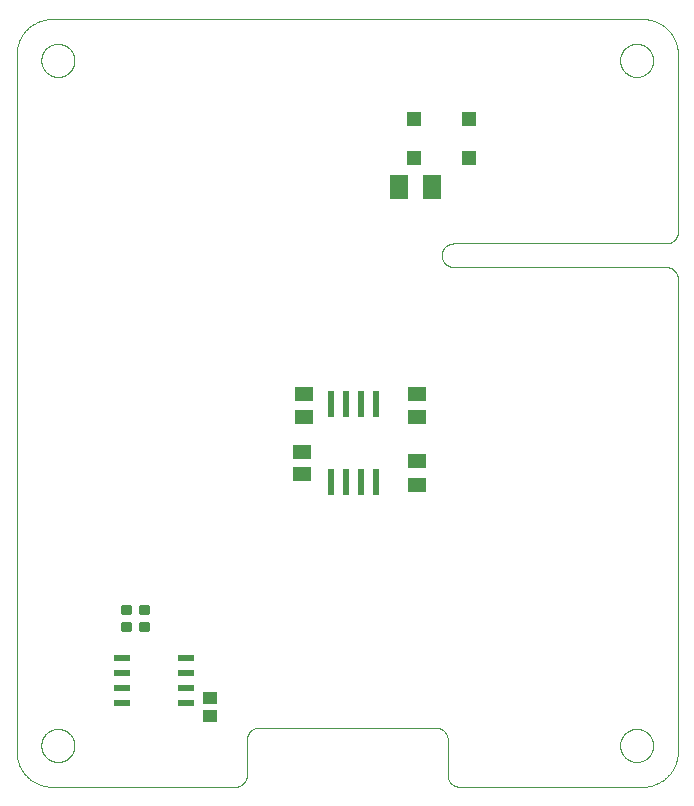
<source format=gtp>
G75*
%MOIN*%
%OFA0B0*%
%FSLAX25Y25*%
%IPPOS*%
%LPD*%
%AMOC8*
5,1,8,0,0,1.08239X$1,22.5*
%
%ADD10C,0.00000*%
%ADD11R,0.02362X0.08661*%
%ADD12R,0.06299X0.05118*%
%ADD13R,0.05512X0.02362*%
%ADD14R,0.04921X0.03937*%
%ADD15C,0.00875*%
%ADD16R,0.05118X0.04724*%
%ADD17R,0.06299X0.07874*%
D10*
X0037312Y0035098D02*
X0098336Y0035098D01*
X0098460Y0035100D01*
X0098583Y0035106D01*
X0098707Y0035115D01*
X0098829Y0035129D01*
X0098952Y0035146D01*
X0099074Y0035168D01*
X0099195Y0035193D01*
X0099315Y0035222D01*
X0099434Y0035254D01*
X0099553Y0035291D01*
X0099670Y0035331D01*
X0099785Y0035374D01*
X0099900Y0035422D01*
X0100012Y0035473D01*
X0100123Y0035527D01*
X0100233Y0035585D01*
X0100340Y0035646D01*
X0100446Y0035711D01*
X0100549Y0035779D01*
X0100650Y0035850D01*
X0100749Y0035924D01*
X0100846Y0036001D01*
X0100940Y0036082D01*
X0101031Y0036165D01*
X0101120Y0036251D01*
X0101206Y0036340D01*
X0101289Y0036431D01*
X0101370Y0036525D01*
X0101447Y0036622D01*
X0101521Y0036721D01*
X0101592Y0036822D01*
X0101660Y0036925D01*
X0101725Y0037031D01*
X0101786Y0037138D01*
X0101844Y0037248D01*
X0101898Y0037359D01*
X0101949Y0037471D01*
X0101997Y0037586D01*
X0102040Y0037701D01*
X0102080Y0037818D01*
X0102117Y0037937D01*
X0102149Y0038056D01*
X0102178Y0038176D01*
X0102203Y0038297D01*
X0102225Y0038419D01*
X0102242Y0038542D01*
X0102256Y0038664D01*
X0102265Y0038788D01*
X0102271Y0038911D01*
X0102273Y0039035D01*
X0102273Y0050846D01*
X0102275Y0050970D01*
X0102281Y0051093D01*
X0102290Y0051217D01*
X0102304Y0051339D01*
X0102321Y0051462D01*
X0102343Y0051584D01*
X0102368Y0051705D01*
X0102397Y0051825D01*
X0102429Y0051944D01*
X0102466Y0052063D01*
X0102506Y0052180D01*
X0102549Y0052295D01*
X0102597Y0052410D01*
X0102648Y0052522D01*
X0102702Y0052633D01*
X0102760Y0052743D01*
X0102821Y0052850D01*
X0102886Y0052956D01*
X0102954Y0053059D01*
X0103025Y0053160D01*
X0103099Y0053259D01*
X0103176Y0053356D01*
X0103257Y0053450D01*
X0103340Y0053541D01*
X0103426Y0053630D01*
X0103515Y0053716D01*
X0103606Y0053799D01*
X0103700Y0053880D01*
X0103797Y0053957D01*
X0103896Y0054031D01*
X0103997Y0054102D01*
X0104100Y0054170D01*
X0104206Y0054235D01*
X0104313Y0054296D01*
X0104423Y0054354D01*
X0104534Y0054408D01*
X0104646Y0054459D01*
X0104761Y0054507D01*
X0104876Y0054550D01*
X0104993Y0054590D01*
X0105112Y0054627D01*
X0105231Y0054659D01*
X0105351Y0054688D01*
X0105472Y0054713D01*
X0105594Y0054735D01*
X0105717Y0054752D01*
X0105839Y0054766D01*
X0105963Y0054775D01*
X0106086Y0054781D01*
X0106210Y0054783D01*
X0165265Y0054783D01*
X0165389Y0054781D01*
X0165512Y0054775D01*
X0165636Y0054766D01*
X0165758Y0054752D01*
X0165881Y0054735D01*
X0166003Y0054713D01*
X0166124Y0054688D01*
X0166244Y0054659D01*
X0166363Y0054627D01*
X0166482Y0054590D01*
X0166599Y0054550D01*
X0166714Y0054507D01*
X0166829Y0054459D01*
X0166941Y0054408D01*
X0167052Y0054354D01*
X0167162Y0054296D01*
X0167269Y0054235D01*
X0167375Y0054170D01*
X0167478Y0054102D01*
X0167579Y0054031D01*
X0167678Y0053957D01*
X0167775Y0053880D01*
X0167869Y0053799D01*
X0167960Y0053716D01*
X0168049Y0053630D01*
X0168135Y0053541D01*
X0168218Y0053450D01*
X0168299Y0053356D01*
X0168376Y0053259D01*
X0168450Y0053160D01*
X0168521Y0053059D01*
X0168589Y0052956D01*
X0168654Y0052850D01*
X0168715Y0052743D01*
X0168773Y0052633D01*
X0168827Y0052522D01*
X0168878Y0052410D01*
X0168926Y0052295D01*
X0168969Y0052180D01*
X0169009Y0052063D01*
X0169046Y0051944D01*
X0169078Y0051825D01*
X0169107Y0051705D01*
X0169132Y0051584D01*
X0169154Y0051462D01*
X0169171Y0051339D01*
X0169185Y0051217D01*
X0169194Y0051093D01*
X0169200Y0050970D01*
X0169202Y0050846D01*
X0169202Y0039035D01*
X0169204Y0038911D01*
X0169210Y0038788D01*
X0169219Y0038664D01*
X0169233Y0038542D01*
X0169250Y0038419D01*
X0169272Y0038297D01*
X0169297Y0038176D01*
X0169326Y0038056D01*
X0169358Y0037937D01*
X0169395Y0037818D01*
X0169435Y0037701D01*
X0169478Y0037586D01*
X0169526Y0037471D01*
X0169577Y0037359D01*
X0169631Y0037248D01*
X0169689Y0037138D01*
X0169750Y0037031D01*
X0169815Y0036925D01*
X0169883Y0036822D01*
X0169954Y0036721D01*
X0170028Y0036622D01*
X0170105Y0036525D01*
X0170186Y0036431D01*
X0170269Y0036340D01*
X0170355Y0036251D01*
X0170444Y0036165D01*
X0170535Y0036082D01*
X0170629Y0036001D01*
X0170726Y0035924D01*
X0170825Y0035850D01*
X0170926Y0035779D01*
X0171029Y0035711D01*
X0171135Y0035646D01*
X0171242Y0035585D01*
X0171352Y0035527D01*
X0171463Y0035473D01*
X0171575Y0035422D01*
X0171690Y0035374D01*
X0171805Y0035331D01*
X0171922Y0035291D01*
X0172041Y0035254D01*
X0172160Y0035222D01*
X0172280Y0035193D01*
X0172401Y0035168D01*
X0172523Y0035146D01*
X0172646Y0035129D01*
X0172768Y0035115D01*
X0172892Y0035106D01*
X0173015Y0035100D01*
X0173139Y0035098D01*
X0234162Y0035098D01*
X0234447Y0035101D01*
X0234733Y0035112D01*
X0235018Y0035129D01*
X0235302Y0035153D01*
X0235586Y0035184D01*
X0235869Y0035222D01*
X0236150Y0035267D01*
X0236431Y0035318D01*
X0236711Y0035376D01*
X0236989Y0035441D01*
X0237265Y0035513D01*
X0237539Y0035591D01*
X0237812Y0035676D01*
X0238082Y0035768D01*
X0238350Y0035866D01*
X0238616Y0035970D01*
X0238879Y0036081D01*
X0239139Y0036198D01*
X0239397Y0036321D01*
X0239651Y0036451D01*
X0239902Y0036587D01*
X0240150Y0036728D01*
X0240394Y0036876D01*
X0240635Y0037029D01*
X0240871Y0037189D01*
X0241104Y0037354D01*
X0241333Y0037524D01*
X0241558Y0037700D01*
X0241778Y0037882D01*
X0241994Y0038068D01*
X0242205Y0038260D01*
X0242412Y0038457D01*
X0242614Y0038659D01*
X0242811Y0038866D01*
X0243003Y0039077D01*
X0243189Y0039293D01*
X0243371Y0039513D01*
X0243547Y0039738D01*
X0243717Y0039967D01*
X0243882Y0040200D01*
X0244042Y0040436D01*
X0244195Y0040677D01*
X0244343Y0040921D01*
X0244484Y0041169D01*
X0244620Y0041420D01*
X0244750Y0041674D01*
X0244873Y0041932D01*
X0244990Y0042192D01*
X0245101Y0042455D01*
X0245205Y0042721D01*
X0245303Y0042989D01*
X0245395Y0043259D01*
X0245480Y0043532D01*
X0245558Y0043806D01*
X0245630Y0044082D01*
X0245695Y0044360D01*
X0245753Y0044640D01*
X0245804Y0044921D01*
X0245849Y0045202D01*
X0245887Y0045485D01*
X0245918Y0045769D01*
X0245942Y0046053D01*
X0245959Y0046338D01*
X0245970Y0046624D01*
X0245973Y0046909D01*
X0245973Y0204390D01*
X0245971Y0204514D01*
X0245965Y0204637D01*
X0245956Y0204761D01*
X0245942Y0204883D01*
X0245925Y0205006D01*
X0245903Y0205128D01*
X0245878Y0205249D01*
X0245849Y0205369D01*
X0245817Y0205488D01*
X0245780Y0205607D01*
X0245740Y0205724D01*
X0245697Y0205839D01*
X0245649Y0205954D01*
X0245598Y0206066D01*
X0245544Y0206177D01*
X0245486Y0206287D01*
X0245425Y0206394D01*
X0245360Y0206500D01*
X0245292Y0206603D01*
X0245221Y0206704D01*
X0245147Y0206803D01*
X0245070Y0206900D01*
X0244989Y0206994D01*
X0244906Y0207085D01*
X0244820Y0207174D01*
X0244731Y0207260D01*
X0244640Y0207343D01*
X0244546Y0207424D01*
X0244449Y0207501D01*
X0244350Y0207575D01*
X0244249Y0207646D01*
X0244146Y0207714D01*
X0244040Y0207779D01*
X0243933Y0207840D01*
X0243823Y0207898D01*
X0243712Y0207952D01*
X0243600Y0208003D01*
X0243485Y0208051D01*
X0243370Y0208094D01*
X0243253Y0208134D01*
X0243134Y0208171D01*
X0243015Y0208203D01*
X0242895Y0208232D01*
X0242774Y0208257D01*
X0242652Y0208279D01*
X0242529Y0208296D01*
X0242407Y0208310D01*
X0242283Y0208319D01*
X0242160Y0208325D01*
X0242036Y0208327D01*
X0171170Y0208327D01*
X0171046Y0208329D01*
X0170923Y0208335D01*
X0170799Y0208344D01*
X0170677Y0208358D01*
X0170554Y0208375D01*
X0170432Y0208397D01*
X0170311Y0208422D01*
X0170191Y0208451D01*
X0170072Y0208483D01*
X0169953Y0208520D01*
X0169836Y0208560D01*
X0169721Y0208603D01*
X0169606Y0208651D01*
X0169494Y0208702D01*
X0169383Y0208756D01*
X0169273Y0208814D01*
X0169166Y0208875D01*
X0169060Y0208940D01*
X0168957Y0209008D01*
X0168856Y0209079D01*
X0168757Y0209153D01*
X0168660Y0209230D01*
X0168566Y0209311D01*
X0168475Y0209394D01*
X0168386Y0209480D01*
X0168300Y0209569D01*
X0168217Y0209660D01*
X0168136Y0209754D01*
X0168059Y0209851D01*
X0167985Y0209950D01*
X0167914Y0210051D01*
X0167846Y0210154D01*
X0167781Y0210260D01*
X0167720Y0210367D01*
X0167662Y0210477D01*
X0167608Y0210588D01*
X0167557Y0210700D01*
X0167509Y0210815D01*
X0167466Y0210930D01*
X0167426Y0211047D01*
X0167389Y0211166D01*
X0167357Y0211285D01*
X0167328Y0211405D01*
X0167303Y0211526D01*
X0167281Y0211648D01*
X0167264Y0211771D01*
X0167250Y0211893D01*
X0167241Y0212017D01*
X0167235Y0212140D01*
X0167233Y0212264D01*
X0167235Y0212388D01*
X0167241Y0212511D01*
X0167250Y0212635D01*
X0167264Y0212757D01*
X0167281Y0212880D01*
X0167303Y0213002D01*
X0167328Y0213123D01*
X0167357Y0213243D01*
X0167389Y0213362D01*
X0167426Y0213481D01*
X0167466Y0213598D01*
X0167509Y0213713D01*
X0167557Y0213828D01*
X0167608Y0213940D01*
X0167662Y0214051D01*
X0167720Y0214161D01*
X0167781Y0214268D01*
X0167846Y0214374D01*
X0167914Y0214477D01*
X0167985Y0214578D01*
X0168059Y0214677D01*
X0168136Y0214774D01*
X0168217Y0214868D01*
X0168300Y0214959D01*
X0168386Y0215048D01*
X0168475Y0215134D01*
X0168566Y0215217D01*
X0168660Y0215298D01*
X0168757Y0215375D01*
X0168856Y0215449D01*
X0168957Y0215520D01*
X0169060Y0215588D01*
X0169166Y0215653D01*
X0169273Y0215714D01*
X0169383Y0215772D01*
X0169494Y0215826D01*
X0169606Y0215877D01*
X0169721Y0215925D01*
X0169836Y0215968D01*
X0169953Y0216008D01*
X0170072Y0216045D01*
X0170191Y0216077D01*
X0170311Y0216106D01*
X0170432Y0216131D01*
X0170554Y0216153D01*
X0170677Y0216170D01*
X0170799Y0216184D01*
X0170923Y0216193D01*
X0171046Y0216199D01*
X0171170Y0216201D01*
X0242036Y0216201D01*
X0242160Y0216203D01*
X0242283Y0216209D01*
X0242407Y0216218D01*
X0242529Y0216232D01*
X0242652Y0216249D01*
X0242774Y0216271D01*
X0242895Y0216296D01*
X0243015Y0216325D01*
X0243134Y0216357D01*
X0243253Y0216394D01*
X0243370Y0216434D01*
X0243485Y0216477D01*
X0243600Y0216525D01*
X0243712Y0216576D01*
X0243823Y0216630D01*
X0243933Y0216688D01*
X0244040Y0216749D01*
X0244146Y0216814D01*
X0244249Y0216882D01*
X0244350Y0216953D01*
X0244449Y0217027D01*
X0244546Y0217104D01*
X0244640Y0217185D01*
X0244731Y0217268D01*
X0244820Y0217354D01*
X0244906Y0217443D01*
X0244989Y0217534D01*
X0245070Y0217628D01*
X0245147Y0217725D01*
X0245221Y0217824D01*
X0245292Y0217925D01*
X0245360Y0218028D01*
X0245425Y0218134D01*
X0245486Y0218241D01*
X0245544Y0218351D01*
X0245598Y0218462D01*
X0245649Y0218574D01*
X0245697Y0218689D01*
X0245740Y0218804D01*
X0245780Y0218921D01*
X0245817Y0219040D01*
X0245849Y0219159D01*
X0245878Y0219279D01*
X0245903Y0219400D01*
X0245925Y0219522D01*
X0245942Y0219645D01*
X0245956Y0219767D01*
X0245965Y0219891D01*
X0245971Y0220014D01*
X0245973Y0220138D01*
X0245973Y0279193D01*
X0245970Y0279478D01*
X0245959Y0279764D01*
X0245942Y0280049D01*
X0245918Y0280333D01*
X0245887Y0280617D01*
X0245849Y0280900D01*
X0245804Y0281181D01*
X0245753Y0281462D01*
X0245695Y0281742D01*
X0245630Y0282020D01*
X0245558Y0282296D01*
X0245480Y0282570D01*
X0245395Y0282843D01*
X0245303Y0283113D01*
X0245205Y0283381D01*
X0245101Y0283647D01*
X0244990Y0283910D01*
X0244873Y0284170D01*
X0244750Y0284428D01*
X0244620Y0284682D01*
X0244484Y0284933D01*
X0244343Y0285181D01*
X0244195Y0285425D01*
X0244042Y0285666D01*
X0243882Y0285902D01*
X0243717Y0286135D01*
X0243547Y0286364D01*
X0243371Y0286589D01*
X0243189Y0286809D01*
X0243003Y0287025D01*
X0242811Y0287236D01*
X0242614Y0287443D01*
X0242412Y0287645D01*
X0242205Y0287842D01*
X0241994Y0288034D01*
X0241778Y0288220D01*
X0241558Y0288402D01*
X0241333Y0288578D01*
X0241104Y0288748D01*
X0240871Y0288913D01*
X0240635Y0289073D01*
X0240394Y0289226D01*
X0240150Y0289374D01*
X0239902Y0289515D01*
X0239651Y0289651D01*
X0239397Y0289781D01*
X0239139Y0289904D01*
X0238879Y0290021D01*
X0238616Y0290132D01*
X0238350Y0290236D01*
X0238082Y0290334D01*
X0237812Y0290426D01*
X0237539Y0290511D01*
X0237265Y0290589D01*
X0236989Y0290661D01*
X0236711Y0290726D01*
X0236431Y0290784D01*
X0236150Y0290835D01*
X0235869Y0290880D01*
X0235586Y0290918D01*
X0235302Y0290949D01*
X0235018Y0290973D01*
X0234733Y0290990D01*
X0234447Y0291001D01*
X0234162Y0291004D01*
X0037312Y0291004D01*
X0037027Y0291001D01*
X0036741Y0290990D01*
X0036456Y0290973D01*
X0036172Y0290949D01*
X0035888Y0290918D01*
X0035605Y0290880D01*
X0035324Y0290835D01*
X0035043Y0290784D01*
X0034763Y0290726D01*
X0034485Y0290661D01*
X0034209Y0290589D01*
X0033935Y0290511D01*
X0033662Y0290426D01*
X0033392Y0290334D01*
X0033124Y0290236D01*
X0032858Y0290132D01*
X0032595Y0290021D01*
X0032335Y0289904D01*
X0032077Y0289781D01*
X0031823Y0289651D01*
X0031572Y0289515D01*
X0031324Y0289374D01*
X0031080Y0289226D01*
X0030839Y0289073D01*
X0030603Y0288913D01*
X0030370Y0288748D01*
X0030141Y0288578D01*
X0029916Y0288402D01*
X0029696Y0288220D01*
X0029480Y0288034D01*
X0029269Y0287842D01*
X0029062Y0287645D01*
X0028860Y0287443D01*
X0028663Y0287236D01*
X0028471Y0287025D01*
X0028285Y0286809D01*
X0028103Y0286589D01*
X0027927Y0286364D01*
X0027757Y0286135D01*
X0027592Y0285902D01*
X0027432Y0285666D01*
X0027279Y0285425D01*
X0027131Y0285181D01*
X0026990Y0284933D01*
X0026854Y0284682D01*
X0026724Y0284428D01*
X0026601Y0284170D01*
X0026484Y0283910D01*
X0026373Y0283647D01*
X0026269Y0283381D01*
X0026171Y0283113D01*
X0026079Y0282843D01*
X0025994Y0282570D01*
X0025916Y0282296D01*
X0025844Y0282020D01*
X0025779Y0281742D01*
X0025721Y0281462D01*
X0025670Y0281181D01*
X0025625Y0280900D01*
X0025587Y0280617D01*
X0025556Y0280333D01*
X0025532Y0280049D01*
X0025515Y0279764D01*
X0025504Y0279478D01*
X0025501Y0279193D01*
X0025501Y0046909D01*
X0025504Y0046624D01*
X0025515Y0046338D01*
X0025532Y0046053D01*
X0025556Y0045769D01*
X0025587Y0045485D01*
X0025625Y0045202D01*
X0025670Y0044921D01*
X0025721Y0044640D01*
X0025779Y0044360D01*
X0025844Y0044082D01*
X0025916Y0043806D01*
X0025994Y0043532D01*
X0026079Y0043259D01*
X0026171Y0042989D01*
X0026269Y0042721D01*
X0026373Y0042455D01*
X0026484Y0042192D01*
X0026601Y0041932D01*
X0026724Y0041674D01*
X0026854Y0041420D01*
X0026990Y0041169D01*
X0027131Y0040921D01*
X0027279Y0040677D01*
X0027432Y0040436D01*
X0027592Y0040200D01*
X0027757Y0039967D01*
X0027927Y0039738D01*
X0028103Y0039513D01*
X0028285Y0039293D01*
X0028471Y0039077D01*
X0028663Y0038866D01*
X0028860Y0038659D01*
X0029062Y0038457D01*
X0029269Y0038260D01*
X0029480Y0038068D01*
X0029696Y0037882D01*
X0029916Y0037700D01*
X0030141Y0037524D01*
X0030370Y0037354D01*
X0030603Y0037189D01*
X0030839Y0037029D01*
X0031080Y0036876D01*
X0031324Y0036728D01*
X0031572Y0036587D01*
X0031823Y0036451D01*
X0032077Y0036321D01*
X0032335Y0036198D01*
X0032595Y0036081D01*
X0032858Y0035970D01*
X0033124Y0035866D01*
X0033392Y0035768D01*
X0033662Y0035676D01*
X0033935Y0035591D01*
X0034209Y0035513D01*
X0034485Y0035441D01*
X0034763Y0035376D01*
X0035043Y0035318D01*
X0035324Y0035267D01*
X0035605Y0035222D01*
X0035888Y0035184D01*
X0036172Y0035153D01*
X0036456Y0035129D01*
X0036741Y0035112D01*
X0037027Y0035101D01*
X0037312Y0035098D01*
X0033765Y0048883D02*
X0033767Y0049031D01*
X0033773Y0049179D01*
X0033783Y0049327D01*
X0033797Y0049474D01*
X0033815Y0049621D01*
X0033836Y0049767D01*
X0033862Y0049913D01*
X0033892Y0050058D01*
X0033925Y0050202D01*
X0033963Y0050345D01*
X0034004Y0050487D01*
X0034049Y0050628D01*
X0034097Y0050768D01*
X0034150Y0050907D01*
X0034206Y0051044D01*
X0034266Y0051179D01*
X0034329Y0051313D01*
X0034396Y0051445D01*
X0034467Y0051575D01*
X0034541Y0051703D01*
X0034618Y0051829D01*
X0034699Y0051953D01*
X0034783Y0052075D01*
X0034870Y0052194D01*
X0034961Y0052311D01*
X0035055Y0052426D01*
X0035151Y0052538D01*
X0035251Y0052648D01*
X0035353Y0052754D01*
X0035459Y0052858D01*
X0035567Y0052959D01*
X0035678Y0053057D01*
X0035791Y0053153D01*
X0035907Y0053245D01*
X0036025Y0053334D01*
X0036146Y0053419D01*
X0036269Y0053502D01*
X0036394Y0053581D01*
X0036521Y0053657D01*
X0036650Y0053729D01*
X0036781Y0053798D01*
X0036914Y0053863D01*
X0037049Y0053924D01*
X0037185Y0053982D01*
X0037322Y0054037D01*
X0037461Y0054087D01*
X0037602Y0054134D01*
X0037743Y0054177D01*
X0037886Y0054217D01*
X0038030Y0054252D01*
X0038174Y0054284D01*
X0038320Y0054311D01*
X0038466Y0054335D01*
X0038613Y0054355D01*
X0038760Y0054371D01*
X0038907Y0054383D01*
X0039055Y0054391D01*
X0039203Y0054395D01*
X0039351Y0054395D01*
X0039499Y0054391D01*
X0039647Y0054383D01*
X0039794Y0054371D01*
X0039941Y0054355D01*
X0040088Y0054335D01*
X0040234Y0054311D01*
X0040380Y0054284D01*
X0040524Y0054252D01*
X0040668Y0054217D01*
X0040811Y0054177D01*
X0040952Y0054134D01*
X0041093Y0054087D01*
X0041232Y0054037D01*
X0041369Y0053982D01*
X0041505Y0053924D01*
X0041640Y0053863D01*
X0041773Y0053798D01*
X0041904Y0053729D01*
X0042033Y0053657D01*
X0042160Y0053581D01*
X0042285Y0053502D01*
X0042408Y0053419D01*
X0042529Y0053334D01*
X0042647Y0053245D01*
X0042763Y0053153D01*
X0042876Y0053057D01*
X0042987Y0052959D01*
X0043095Y0052858D01*
X0043201Y0052754D01*
X0043303Y0052648D01*
X0043403Y0052538D01*
X0043499Y0052426D01*
X0043593Y0052311D01*
X0043684Y0052194D01*
X0043771Y0052075D01*
X0043855Y0051953D01*
X0043936Y0051829D01*
X0044013Y0051703D01*
X0044087Y0051575D01*
X0044158Y0051445D01*
X0044225Y0051313D01*
X0044288Y0051179D01*
X0044348Y0051044D01*
X0044404Y0050907D01*
X0044457Y0050768D01*
X0044505Y0050628D01*
X0044550Y0050487D01*
X0044591Y0050345D01*
X0044629Y0050202D01*
X0044662Y0050058D01*
X0044692Y0049913D01*
X0044718Y0049767D01*
X0044739Y0049621D01*
X0044757Y0049474D01*
X0044771Y0049327D01*
X0044781Y0049179D01*
X0044787Y0049031D01*
X0044789Y0048883D01*
X0044787Y0048735D01*
X0044781Y0048587D01*
X0044771Y0048439D01*
X0044757Y0048292D01*
X0044739Y0048145D01*
X0044718Y0047999D01*
X0044692Y0047853D01*
X0044662Y0047708D01*
X0044629Y0047564D01*
X0044591Y0047421D01*
X0044550Y0047279D01*
X0044505Y0047138D01*
X0044457Y0046998D01*
X0044404Y0046859D01*
X0044348Y0046722D01*
X0044288Y0046587D01*
X0044225Y0046453D01*
X0044158Y0046321D01*
X0044087Y0046191D01*
X0044013Y0046063D01*
X0043936Y0045937D01*
X0043855Y0045813D01*
X0043771Y0045691D01*
X0043684Y0045572D01*
X0043593Y0045455D01*
X0043499Y0045340D01*
X0043403Y0045228D01*
X0043303Y0045118D01*
X0043201Y0045012D01*
X0043095Y0044908D01*
X0042987Y0044807D01*
X0042876Y0044709D01*
X0042763Y0044613D01*
X0042647Y0044521D01*
X0042529Y0044432D01*
X0042408Y0044347D01*
X0042285Y0044264D01*
X0042160Y0044185D01*
X0042033Y0044109D01*
X0041904Y0044037D01*
X0041773Y0043968D01*
X0041640Y0043903D01*
X0041505Y0043842D01*
X0041369Y0043784D01*
X0041232Y0043729D01*
X0041093Y0043679D01*
X0040952Y0043632D01*
X0040811Y0043589D01*
X0040668Y0043549D01*
X0040524Y0043514D01*
X0040380Y0043482D01*
X0040234Y0043455D01*
X0040088Y0043431D01*
X0039941Y0043411D01*
X0039794Y0043395D01*
X0039647Y0043383D01*
X0039499Y0043375D01*
X0039351Y0043371D01*
X0039203Y0043371D01*
X0039055Y0043375D01*
X0038907Y0043383D01*
X0038760Y0043395D01*
X0038613Y0043411D01*
X0038466Y0043431D01*
X0038320Y0043455D01*
X0038174Y0043482D01*
X0038030Y0043514D01*
X0037886Y0043549D01*
X0037743Y0043589D01*
X0037602Y0043632D01*
X0037461Y0043679D01*
X0037322Y0043729D01*
X0037185Y0043784D01*
X0037049Y0043842D01*
X0036914Y0043903D01*
X0036781Y0043968D01*
X0036650Y0044037D01*
X0036521Y0044109D01*
X0036394Y0044185D01*
X0036269Y0044264D01*
X0036146Y0044347D01*
X0036025Y0044432D01*
X0035907Y0044521D01*
X0035791Y0044613D01*
X0035678Y0044709D01*
X0035567Y0044807D01*
X0035459Y0044908D01*
X0035353Y0045012D01*
X0035251Y0045118D01*
X0035151Y0045228D01*
X0035055Y0045340D01*
X0034961Y0045455D01*
X0034870Y0045572D01*
X0034783Y0045691D01*
X0034699Y0045813D01*
X0034618Y0045937D01*
X0034541Y0046063D01*
X0034467Y0046191D01*
X0034396Y0046321D01*
X0034329Y0046453D01*
X0034266Y0046587D01*
X0034206Y0046722D01*
X0034150Y0046859D01*
X0034097Y0046998D01*
X0034049Y0047138D01*
X0034004Y0047279D01*
X0033963Y0047421D01*
X0033925Y0047564D01*
X0033892Y0047708D01*
X0033862Y0047853D01*
X0033836Y0047999D01*
X0033815Y0048145D01*
X0033797Y0048292D01*
X0033783Y0048439D01*
X0033773Y0048587D01*
X0033767Y0048735D01*
X0033765Y0048883D01*
X0226679Y0048883D02*
X0226681Y0049031D01*
X0226687Y0049179D01*
X0226697Y0049327D01*
X0226711Y0049474D01*
X0226729Y0049621D01*
X0226750Y0049767D01*
X0226776Y0049913D01*
X0226806Y0050058D01*
X0226839Y0050202D01*
X0226877Y0050345D01*
X0226918Y0050487D01*
X0226963Y0050628D01*
X0227011Y0050768D01*
X0227064Y0050907D01*
X0227120Y0051044D01*
X0227180Y0051179D01*
X0227243Y0051313D01*
X0227310Y0051445D01*
X0227381Y0051575D01*
X0227455Y0051703D01*
X0227532Y0051829D01*
X0227613Y0051953D01*
X0227697Y0052075D01*
X0227784Y0052194D01*
X0227875Y0052311D01*
X0227969Y0052426D01*
X0228065Y0052538D01*
X0228165Y0052648D01*
X0228267Y0052754D01*
X0228373Y0052858D01*
X0228481Y0052959D01*
X0228592Y0053057D01*
X0228705Y0053153D01*
X0228821Y0053245D01*
X0228939Y0053334D01*
X0229060Y0053419D01*
X0229183Y0053502D01*
X0229308Y0053581D01*
X0229435Y0053657D01*
X0229564Y0053729D01*
X0229695Y0053798D01*
X0229828Y0053863D01*
X0229963Y0053924D01*
X0230099Y0053982D01*
X0230236Y0054037D01*
X0230375Y0054087D01*
X0230516Y0054134D01*
X0230657Y0054177D01*
X0230800Y0054217D01*
X0230944Y0054252D01*
X0231088Y0054284D01*
X0231234Y0054311D01*
X0231380Y0054335D01*
X0231527Y0054355D01*
X0231674Y0054371D01*
X0231821Y0054383D01*
X0231969Y0054391D01*
X0232117Y0054395D01*
X0232265Y0054395D01*
X0232413Y0054391D01*
X0232561Y0054383D01*
X0232708Y0054371D01*
X0232855Y0054355D01*
X0233002Y0054335D01*
X0233148Y0054311D01*
X0233294Y0054284D01*
X0233438Y0054252D01*
X0233582Y0054217D01*
X0233725Y0054177D01*
X0233866Y0054134D01*
X0234007Y0054087D01*
X0234146Y0054037D01*
X0234283Y0053982D01*
X0234419Y0053924D01*
X0234554Y0053863D01*
X0234687Y0053798D01*
X0234818Y0053729D01*
X0234947Y0053657D01*
X0235074Y0053581D01*
X0235199Y0053502D01*
X0235322Y0053419D01*
X0235443Y0053334D01*
X0235561Y0053245D01*
X0235677Y0053153D01*
X0235790Y0053057D01*
X0235901Y0052959D01*
X0236009Y0052858D01*
X0236115Y0052754D01*
X0236217Y0052648D01*
X0236317Y0052538D01*
X0236413Y0052426D01*
X0236507Y0052311D01*
X0236598Y0052194D01*
X0236685Y0052075D01*
X0236769Y0051953D01*
X0236850Y0051829D01*
X0236927Y0051703D01*
X0237001Y0051575D01*
X0237072Y0051445D01*
X0237139Y0051313D01*
X0237202Y0051179D01*
X0237262Y0051044D01*
X0237318Y0050907D01*
X0237371Y0050768D01*
X0237419Y0050628D01*
X0237464Y0050487D01*
X0237505Y0050345D01*
X0237543Y0050202D01*
X0237576Y0050058D01*
X0237606Y0049913D01*
X0237632Y0049767D01*
X0237653Y0049621D01*
X0237671Y0049474D01*
X0237685Y0049327D01*
X0237695Y0049179D01*
X0237701Y0049031D01*
X0237703Y0048883D01*
X0237701Y0048735D01*
X0237695Y0048587D01*
X0237685Y0048439D01*
X0237671Y0048292D01*
X0237653Y0048145D01*
X0237632Y0047999D01*
X0237606Y0047853D01*
X0237576Y0047708D01*
X0237543Y0047564D01*
X0237505Y0047421D01*
X0237464Y0047279D01*
X0237419Y0047138D01*
X0237371Y0046998D01*
X0237318Y0046859D01*
X0237262Y0046722D01*
X0237202Y0046587D01*
X0237139Y0046453D01*
X0237072Y0046321D01*
X0237001Y0046191D01*
X0236927Y0046063D01*
X0236850Y0045937D01*
X0236769Y0045813D01*
X0236685Y0045691D01*
X0236598Y0045572D01*
X0236507Y0045455D01*
X0236413Y0045340D01*
X0236317Y0045228D01*
X0236217Y0045118D01*
X0236115Y0045012D01*
X0236009Y0044908D01*
X0235901Y0044807D01*
X0235790Y0044709D01*
X0235677Y0044613D01*
X0235561Y0044521D01*
X0235443Y0044432D01*
X0235322Y0044347D01*
X0235199Y0044264D01*
X0235074Y0044185D01*
X0234947Y0044109D01*
X0234818Y0044037D01*
X0234687Y0043968D01*
X0234554Y0043903D01*
X0234419Y0043842D01*
X0234283Y0043784D01*
X0234146Y0043729D01*
X0234007Y0043679D01*
X0233866Y0043632D01*
X0233725Y0043589D01*
X0233582Y0043549D01*
X0233438Y0043514D01*
X0233294Y0043482D01*
X0233148Y0043455D01*
X0233002Y0043431D01*
X0232855Y0043411D01*
X0232708Y0043395D01*
X0232561Y0043383D01*
X0232413Y0043375D01*
X0232265Y0043371D01*
X0232117Y0043371D01*
X0231969Y0043375D01*
X0231821Y0043383D01*
X0231674Y0043395D01*
X0231527Y0043411D01*
X0231380Y0043431D01*
X0231234Y0043455D01*
X0231088Y0043482D01*
X0230944Y0043514D01*
X0230800Y0043549D01*
X0230657Y0043589D01*
X0230516Y0043632D01*
X0230375Y0043679D01*
X0230236Y0043729D01*
X0230099Y0043784D01*
X0229963Y0043842D01*
X0229828Y0043903D01*
X0229695Y0043968D01*
X0229564Y0044037D01*
X0229435Y0044109D01*
X0229308Y0044185D01*
X0229183Y0044264D01*
X0229060Y0044347D01*
X0228939Y0044432D01*
X0228821Y0044521D01*
X0228705Y0044613D01*
X0228592Y0044709D01*
X0228481Y0044807D01*
X0228373Y0044908D01*
X0228267Y0045012D01*
X0228165Y0045118D01*
X0228065Y0045228D01*
X0227969Y0045340D01*
X0227875Y0045455D01*
X0227784Y0045572D01*
X0227697Y0045691D01*
X0227613Y0045813D01*
X0227532Y0045937D01*
X0227455Y0046063D01*
X0227381Y0046191D01*
X0227310Y0046321D01*
X0227243Y0046453D01*
X0227180Y0046587D01*
X0227120Y0046722D01*
X0227064Y0046859D01*
X0227011Y0046998D01*
X0226963Y0047138D01*
X0226918Y0047279D01*
X0226877Y0047421D01*
X0226839Y0047564D01*
X0226806Y0047708D01*
X0226776Y0047853D01*
X0226750Y0047999D01*
X0226729Y0048145D01*
X0226711Y0048292D01*
X0226697Y0048439D01*
X0226687Y0048587D01*
X0226681Y0048735D01*
X0226679Y0048883D01*
X0226679Y0277230D02*
X0226681Y0277378D01*
X0226687Y0277526D01*
X0226697Y0277674D01*
X0226711Y0277821D01*
X0226729Y0277968D01*
X0226750Y0278114D01*
X0226776Y0278260D01*
X0226806Y0278405D01*
X0226839Y0278549D01*
X0226877Y0278692D01*
X0226918Y0278834D01*
X0226963Y0278975D01*
X0227011Y0279115D01*
X0227064Y0279254D01*
X0227120Y0279391D01*
X0227180Y0279526D01*
X0227243Y0279660D01*
X0227310Y0279792D01*
X0227381Y0279922D01*
X0227455Y0280050D01*
X0227532Y0280176D01*
X0227613Y0280300D01*
X0227697Y0280422D01*
X0227784Y0280541D01*
X0227875Y0280658D01*
X0227969Y0280773D01*
X0228065Y0280885D01*
X0228165Y0280995D01*
X0228267Y0281101D01*
X0228373Y0281205D01*
X0228481Y0281306D01*
X0228592Y0281404D01*
X0228705Y0281500D01*
X0228821Y0281592D01*
X0228939Y0281681D01*
X0229060Y0281766D01*
X0229183Y0281849D01*
X0229308Y0281928D01*
X0229435Y0282004D01*
X0229564Y0282076D01*
X0229695Y0282145D01*
X0229828Y0282210D01*
X0229963Y0282271D01*
X0230099Y0282329D01*
X0230236Y0282384D01*
X0230375Y0282434D01*
X0230516Y0282481D01*
X0230657Y0282524D01*
X0230800Y0282564D01*
X0230944Y0282599D01*
X0231088Y0282631D01*
X0231234Y0282658D01*
X0231380Y0282682D01*
X0231527Y0282702D01*
X0231674Y0282718D01*
X0231821Y0282730D01*
X0231969Y0282738D01*
X0232117Y0282742D01*
X0232265Y0282742D01*
X0232413Y0282738D01*
X0232561Y0282730D01*
X0232708Y0282718D01*
X0232855Y0282702D01*
X0233002Y0282682D01*
X0233148Y0282658D01*
X0233294Y0282631D01*
X0233438Y0282599D01*
X0233582Y0282564D01*
X0233725Y0282524D01*
X0233866Y0282481D01*
X0234007Y0282434D01*
X0234146Y0282384D01*
X0234283Y0282329D01*
X0234419Y0282271D01*
X0234554Y0282210D01*
X0234687Y0282145D01*
X0234818Y0282076D01*
X0234947Y0282004D01*
X0235074Y0281928D01*
X0235199Y0281849D01*
X0235322Y0281766D01*
X0235443Y0281681D01*
X0235561Y0281592D01*
X0235677Y0281500D01*
X0235790Y0281404D01*
X0235901Y0281306D01*
X0236009Y0281205D01*
X0236115Y0281101D01*
X0236217Y0280995D01*
X0236317Y0280885D01*
X0236413Y0280773D01*
X0236507Y0280658D01*
X0236598Y0280541D01*
X0236685Y0280422D01*
X0236769Y0280300D01*
X0236850Y0280176D01*
X0236927Y0280050D01*
X0237001Y0279922D01*
X0237072Y0279792D01*
X0237139Y0279660D01*
X0237202Y0279526D01*
X0237262Y0279391D01*
X0237318Y0279254D01*
X0237371Y0279115D01*
X0237419Y0278975D01*
X0237464Y0278834D01*
X0237505Y0278692D01*
X0237543Y0278549D01*
X0237576Y0278405D01*
X0237606Y0278260D01*
X0237632Y0278114D01*
X0237653Y0277968D01*
X0237671Y0277821D01*
X0237685Y0277674D01*
X0237695Y0277526D01*
X0237701Y0277378D01*
X0237703Y0277230D01*
X0237701Y0277082D01*
X0237695Y0276934D01*
X0237685Y0276786D01*
X0237671Y0276639D01*
X0237653Y0276492D01*
X0237632Y0276346D01*
X0237606Y0276200D01*
X0237576Y0276055D01*
X0237543Y0275911D01*
X0237505Y0275768D01*
X0237464Y0275626D01*
X0237419Y0275485D01*
X0237371Y0275345D01*
X0237318Y0275206D01*
X0237262Y0275069D01*
X0237202Y0274934D01*
X0237139Y0274800D01*
X0237072Y0274668D01*
X0237001Y0274538D01*
X0236927Y0274410D01*
X0236850Y0274284D01*
X0236769Y0274160D01*
X0236685Y0274038D01*
X0236598Y0273919D01*
X0236507Y0273802D01*
X0236413Y0273687D01*
X0236317Y0273575D01*
X0236217Y0273465D01*
X0236115Y0273359D01*
X0236009Y0273255D01*
X0235901Y0273154D01*
X0235790Y0273056D01*
X0235677Y0272960D01*
X0235561Y0272868D01*
X0235443Y0272779D01*
X0235322Y0272694D01*
X0235199Y0272611D01*
X0235074Y0272532D01*
X0234947Y0272456D01*
X0234818Y0272384D01*
X0234687Y0272315D01*
X0234554Y0272250D01*
X0234419Y0272189D01*
X0234283Y0272131D01*
X0234146Y0272076D01*
X0234007Y0272026D01*
X0233866Y0271979D01*
X0233725Y0271936D01*
X0233582Y0271896D01*
X0233438Y0271861D01*
X0233294Y0271829D01*
X0233148Y0271802D01*
X0233002Y0271778D01*
X0232855Y0271758D01*
X0232708Y0271742D01*
X0232561Y0271730D01*
X0232413Y0271722D01*
X0232265Y0271718D01*
X0232117Y0271718D01*
X0231969Y0271722D01*
X0231821Y0271730D01*
X0231674Y0271742D01*
X0231527Y0271758D01*
X0231380Y0271778D01*
X0231234Y0271802D01*
X0231088Y0271829D01*
X0230944Y0271861D01*
X0230800Y0271896D01*
X0230657Y0271936D01*
X0230516Y0271979D01*
X0230375Y0272026D01*
X0230236Y0272076D01*
X0230099Y0272131D01*
X0229963Y0272189D01*
X0229828Y0272250D01*
X0229695Y0272315D01*
X0229564Y0272384D01*
X0229435Y0272456D01*
X0229308Y0272532D01*
X0229183Y0272611D01*
X0229060Y0272694D01*
X0228939Y0272779D01*
X0228821Y0272868D01*
X0228705Y0272960D01*
X0228592Y0273056D01*
X0228481Y0273154D01*
X0228373Y0273255D01*
X0228267Y0273359D01*
X0228165Y0273465D01*
X0228065Y0273575D01*
X0227969Y0273687D01*
X0227875Y0273802D01*
X0227784Y0273919D01*
X0227697Y0274038D01*
X0227613Y0274160D01*
X0227532Y0274284D01*
X0227455Y0274410D01*
X0227381Y0274538D01*
X0227310Y0274668D01*
X0227243Y0274800D01*
X0227180Y0274934D01*
X0227120Y0275069D01*
X0227064Y0275206D01*
X0227011Y0275345D01*
X0226963Y0275485D01*
X0226918Y0275626D01*
X0226877Y0275768D01*
X0226839Y0275911D01*
X0226806Y0276055D01*
X0226776Y0276200D01*
X0226750Y0276346D01*
X0226729Y0276492D01*
X0226711Y0276639D01*
X0226697Y0276786D01*
X0226687Y0276934D01*
X0226681Y0277082D01*
X0226679Y0277230D01*
X0033765Y0277230D02*
X0033767Y0277378D01*
X0033773Y0277526D01*
X0033783Y0277674D01*
X0033797Y0277821D01*
X0033815Y0277968D01*
X0033836Y0278114D01*
X0033862Y0278260D01*
X0033892Y0278405D01*
X0033925Y0278549D01*
X0033963Y0278692D01*
X0034004Y0278834D01*
X0034049Y0278975D01*
X0034097Y0279115D01*
X0034150Y0279254D01*
X0034206Y0279391D01*
X0034266Y0279526D01*
X0034329Y0279660D01*
X0034396Y0279792D01*
X0034467Y0279922D01*
X0034541Y0280050D01*
X0034618Y0280176D01*
X0034699Y0280300D01*
X0034783Y0280422D01*
X0034870Y0280541D01*
X0034961Y0280658D01*
X0035055Y0280773D01*
X0035151Y0280885D01*
X0035251Y0280995D01*
X0035353Y0281101D01*
X0035459Y0281205D01*
X0035567Y0281306D01*
X0035678Y0281404D01*
X0035791Y0281500D01*
X0035907Y0281592D01*
X0036025Y0281681D01*
X0036146Y0281766D01*
X0036269Y0281849D01*
X0036394Y0281928D01*
X0036521Y0282004D01*
X0036650Y0282076D01*
X0036781Y0282145D01*
X0036914Y0282210D01*
X0037049Y0282271D01*
X0037185Y0282329D01*
X0037322Y0282384D01*
X0037461Y0282434D01*
X0037602Y0282481D01*
X0037743Y0282524D01*
X0037886Y0282564D01*
X0038030Y0282599D01*
X0038174Y0282631D01*
X0038320Y0282658D01*
X0038466Y0282682D01*
X0038613Y0282702D01*
X0038760Y0282718D01*
X0038907Y0282730D01*
X0039055Y0282738D01*
X0039203Y0282742D01*
X0039351Y0282742D01*
X0039499Y0282738D01*
X0039647Y0282730D01*
X0039794Y0282718D01*
X0039941Y0282702D01*
X0040088Y0282682D01*
X0040234Y0282658D01*
X0040380Y0282631D01*
X0040524Y0282599D01*
X0040668Y0282564D01*
X0040811Y0282524D01*
X0040952Y0282481D01*
X0041093Y0282434D01*
X0041232Y0282384D01*
X0041369Y0282329D01*
X0041505Y0282271D01*
X0041640Y0282210D01*
X0041773Y0282145D01*
X0041904Y0282076D01*
X0042033Y0282004D01*
X0042160Y0281928D01*
X0042285Y0281849D01*
X0042408Y0281766D01*
X0042529Y0281681D01*
X0042647Y0281592D01*
X0042763Y0281500D01*
X0042876Y0281404D01*
X0042987Y0281306D01*
X0043095Y0281205D01*
X0043201Y0281101D01*
X0043303Y0280995D01*
X0043403Y0280885D01*
X0043499Y0280773D01*
X0043593Y0280658D01*
X0043684Y0280541D01*
X0043771Y0280422D01*
X0043855Y0280300D01*
X0043936Y0280176D01*
X0044013Y0280050D01*
X0044087Y0279922D01*
X0044158Y0279792D01*
X0044225Y0279660D01*
X0044288Y0279526D01*
X0044348Y0279391D01*
X0044404Y0279254D01*
X0044457Y0279115D01*
X0044505Y0278975D01*
X0044550Y0278834D01*
X0044591Y0278692D01*
X0044629Y0278549D01*
X0044662Y0278405D01*
X0044692Y0278260D01*
X0044718Y0278114D01*
X0044739Y0277968D01*
X0044757Y0277821D01*
X0044771Y0277674D01*
X0044781Y0277526D01*
X0044787Y0277378D01*
X0044789Y0277230D01*
X0044787Y0277082D01*
X0044781Y0276934D01*
X0044771Y0276786D01*
X0044757Y0276639D01*
X0044739Y0276492D01*
X0044718Y0276346D01*
X0044692Y0276200D01*
X0044662Y0276055D01*
X0044629Y0275911D01*
X0044591Y0275768D01*
X0044550Y0275626D01*
X0044505Y0275485D01*
X0044457Y0275345D01*
X0044404Y0275206D01*
X0044348Y0275069D01*
X0044288Y0274934D01*
X0044225Y0274800D01*
X0044158Y0274668D01*
X0044087Y0274538D01*
X0044013Y0274410D01*
X0043936Y0274284D01*
X0043855Y0274160D01*
X0043771Y0274038D01*
X0043684Y0273919D01*
X0043593Y0273802D01*
X0043499Y0273687D01*
X0043403Y0273575D01*
X0043303Y0273465D01*
X0043201Y0273359D01*
X0043095Y0273255D01*
X0042987Y0273154D01*
X0042876Y0273056D01*
X0042763Y0272960D01*
X0042647Y0272868D01*
X0042529Y0272779D01*
X0042408Y0272694D01*
X0042285Y0272611D01*
X0042160Y0272532D01*
X0042033Y0272456D01*
X0041904Y0272384D01*
X0041773Y0272315D01*
X0041640Y0272250D01*
X0041505Y0272189D01*
X0041369Y0272131D01*
X0041232Y0272076D01*
X0041093Y0272026D01*
X0040952Y0271979D01*
X0040811Y0271936D01*
X0040668Y0271896D01*
X0040524Y0271861D01*
X0040380Y0271829D01*
X0040234Y0271802D01*
X0040088Y0271778D01*
X0039941Y0271758D01*
X0039794Y0271742D01*
X0039647Y0271730D01*
X0039499Y0271722D01*
X0039351Y0271718D01*
X0039203Y0271718D01*
X0039055Y0271722D01*
X0038907Y0271730D01*
X0038760Y0271742D01*
X0038613Y0271758D01*
X0038466Y0271778D01*
X0038320Y0271802D01*
X0038174Y0271829D01*
X0038030Y0271861D01*
X0037886Y0271896D01*
X0037743Y0271936D01*
X0037602Y0271979D01*
X0037461Y0272026D01*
X0037322Y0272076D01*
X0037185Y0272131D01*
X0037049Y0272189D01*
X0036914Y0272250D01*
X0036781Y0272315D01*
X0036650Y0272384D01*
X0036521Y0272456D01*
X0036394Y0272532D01*
X0036269Y0272611D01*
X0036146Y0272694D01*
X0036025Y0272779D01*
X0035907Y0272868D01*
X0035791Y0272960D01*
X0035678Y0273056D01*
X0035567Y0273154D01*
X0035459Y0273255D01*
X0035353Y0273359D01*
X0035251Y0273465D01*
X0035151Y0273575D01*
X0035055Y0273687D01*
X0034961Y0273802D01*
X0034870Y0273919D01*
X0034783Y0274038D01*
X0034699Y0274160D01*
X0034618Y0274284D01*
X0034541Y0274410D01*
X0034467Y0274538D01*
X0034396Y0274668D01*
X0034329Y0274800D01*
X0034266Y0274934D01*
X0034206Y0275069D01*
X0034150Y0275206D01*
X0034097Y0275345D01*
X0034049Y0275485D01*
X0034004Y0275626D01*
X0033963Y0275768D01*
X0033925Y0275911D01*
X0033892Y0276055D01*
X0033862Y0276200D01*
X0033836Y0276346D01*
X0033815Y0276492D01*
X0033797Y0276639D01*
X0033783Y0276786D01*
X0033773Y0276934D01*
X0033767Y0277082D01*
X0033765Y0277230D01*
D11*
X0130163Y0162761D03*
X0135163Y0162761D03*
X0140163Y0162761D03*
X0145163Y0162761D03*
X0145163Y0136541D03*
X0140163Y0136541D03*
X0135163Y0136541D03*
X0130163Y0136541D03*
D12*
X0120527Y0139317D03*
X0120527Y0146797D03*
X0121413Y0158411D03*
X0121413Y0165891D03*
X0158913Y0165891D03*
X0158913Y0158411D03*
X0158913Y0143588D03*
X0158913Y0135714D03*
D13*
X0082072Y0078155D03*
X0082072Y0073155D03*
X0082072Y0068155D03*
X0082072Y0063155D03*
X0060813Y0063155D03*
X0060813Y0068155D03*
X0060813Y0073155D03*
X0060813Y0078155D03*
D14*
X0090065Y0064671D03*
X0090065Y0058765D03*
D15*
X0069259Y0087216D02*
X0066633Y0087216D01*
X0066633Y0089842D01*
X0069259Y0089842D01*
X0069259Y0087216D01*
X0069259Y0088090D02*
X0066633Y0088090D01*
X0066633Y0088964D02*
X0069259Y0088964D01*
X0069259Y0089838D02*
X0066633Y0089838D01*
X0066633Y0092905D02*
X0069259Y0092905D01*
X0066633Y0092905D02*
X0066633Y0095531D01*
X0069259Y0095531D01*
X0069259Y0092905D01*
X0069259Y0093779D02*
X0066633Y0093779D01*
X0066633Y0094653D02*
X0069259Y0094653D01*
X0069259Y0095527D02*
X0066633Y0095527D01*
X0063259Y0092905D02*
X0060633Y0092905D01*
X0060633Y0095531D01*
X0063259Y0095531D01*
X0063259Y0092905D01*
X0063259Y0093779D02*
X0060633Y0093779D01*
X0060633Y0094653D02*
X0063259Y0094653D01*
X0063259Y0095527D02*
X0060633Y0095527D01*
X0060633Y0087216D02*
X0063259Y0087216D01*
X0060633Y0087216D02*
X0060633Y0089842D01*
X0063259Y0089842D01*
X0063259Y0087216D01*
X0063259Y0088090D02*
X0060633Y0088090D01*
X0060633Y0088964D02*
X0063259Y0088964D01*
X0063259Y0089838D02*
X0060633Y0089838D01*
D16*
X0157899Y0244730D03*
X0176403Y0244730D03*
X0176403Y0257722D03*
X0157899Y0257722D03*
D17*
X0152958Y0235104D03*
X0163982Y0235104D03*
M02*

</source>
